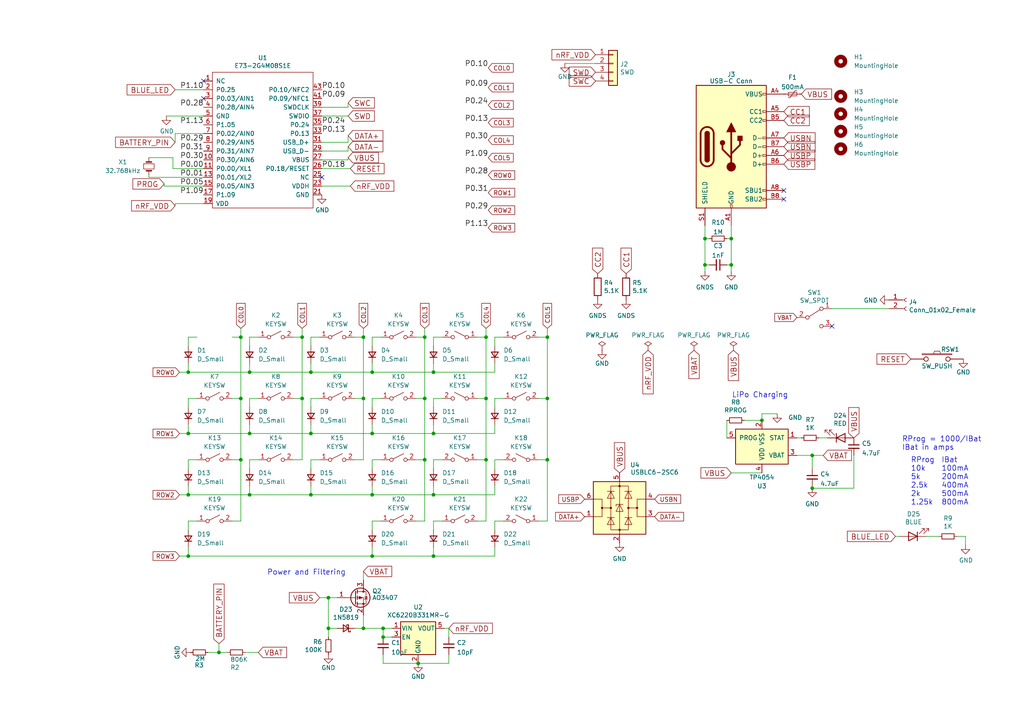
<source format=kicad_sch>
(kicad_sch (version 20211123) (generator eeschema)
  (paper "A4")
  (title_block (title "Skean") (date "2021-11-29") (rev "0.2"))
  (junction (at 235.585 141.605))
  (junction (at 95.25 173.355))
  (junction (at 107.95 107.95) (diameter 0.9144))
  (junction (at 235.585 132.08))
  (junction (at 69.85 97.79) (diameter 0.9144))
  (junction (at 111.125 184.785))
  (junction (at 105.41 182.245))
  (junction (at 54.61 107.95) (diameter 0.9144))
  (junction (at 121.285 192.405))
  (junction (at 72.39 125.73) (diameter 0.9144))
  (junction (at 125.73 143.51) (diameter 0.9144))
  (junction (at 54.61 125.73) (diameter 0.9144))
  (junction (at 204.47 69.215))
  (junction (at 212.09 69.215))
  (junction (at 105.41 115.57) (diameter 0.9144))
  (junction (at 69.85 133.35) (diameter 0.9144))
  (junction (at 123.19 97.79) (diameter 0.9144))
  (junction (at 69.85 115.57) (diameter 0.9144))
  (junction (at 72.39 143.51) (diameter 0.9144))
  (junction (at 125.73 107.95) (diameter 0.9144))
  (junction (at 87.63 115.57) (diameter 0.9144))
  (junction (at 107.95 143.51) (diameter 0.9144))
  (junction (at 212.09 76.835))
  (junction (at 158.75 97.79) (diameter 0.9144))
  (junction (at 140.97 115.57) (diameter 0.9144))
  (junction (at 54.61 143.51) (diameter 0.9144))
  (junction (at 125.73 125.73) (diameter 0.9144))
  (junction (at 158.75 115.57) (diameter 0.9144))
  (junction (at 87.63 97.79) (diameter 0.9144))
  (junction (at 123.19 115.57) (diameter 0.9144))
  (junction (at 90.17 143.51) (diameter 0.9144))
  (junction (at 105.41 97.79) (diameter 0.9144))
  (junction (at 204.47 76.835))
  (junction (at 95.25 182.245))
  (junction (at 90.17 107.95) (diameter 0.9144))
  (junction (at 123.19 133.35) (diameter 0.9144))
  (junction (at 140.97 97.79) (diameter 0.9144))
  (junction (at 111.125 182.245))
  (junction (at 107.95 125.73) (diameter 0.9144))
  (junction (at 140.97 133.35) (diameter 0.9144))
  (junction (at 220.98 121.92))
  (junction (at 72.39 107.95) (diameter 0.9144))
  (junction (at 107.95 161.29) (diameter 0.9144))
  (junction (at 54.61 161.29) (diameter 0.9144))
  (junction (at 63.5 189.23))
  (junction (at 90.17 125.73) (diameter 0.9144))
  (junction (at 158.75 133.35) (diameter 0.9144))
  (junction (at 125.73 161.29) (diameter 0.9144))
  (no_connect (at 227.33 55.245))
  (no_connect (at 59.055 28.575))
  (no_connect (at 227.33 57.785))
  (no_connect (at 241.3 94.615))
  (no_connect (at 59.055 23.495))
  (no_connect (at 93.345 51.435))
  (wire (pts (xy 143.51 133.35) (xy 143.51 135.89)))
  (wire (pts (xy 72.39 143.51) (xy 90.17 143.51)))
  (wire (pts (xy 158.75 115.57) (xy 158.75 133.35)))
  (wire (pts (xy 277.495 155.575) (xy 280.035 155.575)))
  (wire (pts (xy 210.82 69.215) (xy 212.09 69.215)))
  (wire (pts (xy 100.965 39.37) (xy 100.965 41.275)))
  (wire (pts (xy 125.73 133.35) (xy 125.73 135.89)))
  (wire (pts (xy 143.51 123.19) (xy 143.51 125.73)))
  (wire (pts (xy 74.93 97.79) (xy 72.39 97.79)))
  (wire (pts (xy 54.61 107.95) (xy 72.39 107.95)))
  (wire (pts (xy 102.87 115.57) (xy 105.41 115.57)))
  (wire (pts (xy 128.27 133.35) (xy 125.73 133.35)))
  (wire (pts (xy 63.5 186.69) (xy 63.5 189.23)))
  (wire (pts (xy 143.51 105.41) (xy 143.51 107.95)))
  (wire (pts (xy 72.39 105.41) (xy 72.39 107.95)))
  (wire (pts (xy 220.98 120.015) (xy 220.98 121.92)))
  (wire (pts (xy 225.425 120.015) (xy 220.98 120.015)))
  (wire (pts (xy 143.51 143.51) (xy 143.51 140.97)))
  (wire (pts (xy 87.63 97.79) (xy 87.63 115.57)))
  (wire (pts (xy 110.49 151.13) (xy 107.95 151.13)))
  (wire (pts (xy 158.75 133.35) (xy 158.75 151.13)))
  (wire (pts (xy 54.61 143.51) (xy 72.39 143.51)))
  (wire (pts (xy 210.82 76.835) (xy 212.09 76.835)))
  (wire (pts (xy 125.73 123.19) (xy 125.73 125.73)))
  (wire (pts (xy 232.41 127) (xy 231.14 127)))
  (wire (pts (xy 54.61 123.19) (xy 54.61 125.73)))
  (wire (pts (xy 54.61 125.73) (xy 72.39 125.73)))
  (wire (pts (xy 125.73 140.97) (xy 125.73 143.51)))
  (wire (pts (xy 125.73 105.41) (xy 125.73 107.95)))
  (wire (pts (xy 87.63 95.25) (xy 87.63 97.79)))
  (wire (pts (xy 95.25 184.785) (xy 95.25 182.245)))
  (wire (pts (xy 52.07 107.95) (xy 54.61 107.95)))
  (wire (pts (xy 172.72 18.415) (xy 163.83 18.415)))
  (wire (pts (xy 105.41 182.245) (xy 111.125 182.245)))
  (wire (pts (xy 123.19 95.25) (xy 123.19 97.79)))
  (wire (pts (xy 143.51 115.57) (xy 143.51 118.11)))
  (wire (pts (xy 102.87 133.35) (xy 105.41 133.35)))
  (wire (pts (xy 158.75 97.79) (xy 158.75 115.57)))
  (wire (pts (xy 140.97 97.79) (xy 140.97 115.57)))
  (wire (pts (xy 120.65 115.57) (xy 123.19 115.57)))
  (wire (pts (xy 90.17 105.41) (xy 90.17 107.95)))
  (wire (pts (xy 128.27 115.57) (xy 125.73 115.57)))
  (wire (pts (xy 105.41 178.435) (xy 105.41 182.245)))
  (wire (pts (xy 138.43 97.79) (xy 140.97 97.79)))
  (wire (pts (xy 107.95 105.41) (xy 107.95 107.95)))
  (wire (pts (xy 158.75 95.25) (xy 158.75 97.79)))
  (wire (pts (xy 100.965 46.355) (xy 93.345 46.355)))
  (wire (pts (xy 107.95 123.19) (xy 107.95 125.73)))
  (wire (pts (xy 235.585 140.97) (xy 235.585 141.605)))
  (wire (pts (xy 123.19 133.35) (xy 123.19 151.13)))
  (wire (pts (xy 110.49 133.35) (xy 107.95 133.35)))
  (wire (pts (xy 140.97 133.35) (xy 140.97 151.13)))
  (wire (pts (xy 72.39 115.57) (xy 72.39 118.11)))
  (wire (pts (xy 156.21 151.13) (xy 158.75 151.13)))
  (wire (pts (xy 85.09 133.35) (xy 87.63 133.35)))
  (wire (pts (xy 128.905 182.245) (xy 130.175 182.245)))
  (wire (pts (xy 120.65 133.35) (xy 123.19 133.35)))
  (wire (pts (xy 107.95 158.75) (xy 107.95 161.29)))
  (wire (pts (xy 72.39 123.19) (xy 72.39 125.73)))
  (wire (pts (xy 50.8 59.055) (xy 59.055 59.055)))
  (wire (pts (xy 54.61 115.57) (xy 54.61 118.11)))
  (wire (pts (xy 67.31 151.13) (xy 69.85 151.13)))
  (wire (pts (xy 50.8 59.055) (xy 50.8 59.69)))
  (wire (pts (xy 92.71 133.35) (xy 90.17 133.35)))
  (wire (pts (xy 111.125 189.865) (xy 111.125 192.405)))
  (wire (pts (xy 130.175 189.865) (xy 130.175 192.405)))
  (wire (pts (xy 107.95 161.29) (xy 125.73 161.29)))
  (wire (pts (xy 204.47 65.405) (xy 204.47 69.215)))
  (wire (pts (xy 63.5 189.23) (xy 60.325 189.23)))
  (wire (pts (xy 93.345 48.895) (xy 101.6 48.895)))
  (wire (pts (xy 43.18 51.435) (xy 59.055 51.435)))
  (wire (pts (xy 215.9 121.92) (xy 220.98 121.92)))
  (wire (pts (xy 54.61 151.13) (xy 54.61 153.67)))
  (wire (pts (xy 111.125 192.405) (xy 121.285 192.405)))
  (wire (pts (xy 54.61 105.41) (xy 54.61 107.95)))
  (wire (pts (xy 143.51 158.75) (xy 143.51 161.29)))
  (wire (pts (xy 102.87 97.79) (xy 105.41 97.79)))
  (wire (pts (xy 241.3 89.535) (xy 257.81 89.535)))
  (wire (pts (xy 212.09 65.405) (xy 212.09 69.215)))
  (wire (pts (xy 212.09 69.215) (xy 212.09 76.835)))
  (wire (pts (xy 212.09 76.835) (xy 212.09 78.74)))
  (wire (pts (xy 120.65 151.13) (xy 123.19 151.13)))
  (wire (pts (xy 54.61 140.97) (xy 54.61 143.51)))
  (wire (pts (xy 47.625 53.975) (xy 59.055 53.975)))
  (wire (pts (xy 120.65 97.79) (xy 123.19 97.79)))
  (wire (pts (xy 69.85 97.79) (xy 69.85 115.57)))
  (wire (pts (xy 111.125 182.245) (xy 113.665 182.245)))
  (wire (pts (xy 107.95 125.73) (xy 125.73 125.73)))
  (wire (pts (xy 57.15 151.13) (xy 54.61 151.13)))
  (wire (pts (xy 146.05 115.57) (xy 143.51 115.57)))
  (wire (pts (xy 107.95 107.95) (xy 125.73 107.95)))
  (wire (pts (xy 67.31 133.35) (xy 69.85 133.35)))
  (wire (pts (xy 52.07 125.73) (xy 54.61 125.73)))
  (wire (pts (xy 107.95 115.57) (xy 107.95 118.11)))
  (wire (pts (xy 50.165 48.895) (xy 59.055 48.895)))
  (wire (pts (xy 110.49 115.57) (xy 107.95 115.57)))
  (wire (pts (xy 138.43 133.35) (xy 140.97 133.35)))
  (wire (pts (xy 74.93 189.23) (xy 71.12 189.23)))
  (wire (pts (xy 67.31 97.79) (xy 69.85 97.79)))
  (wire (pts (xy 125.73 125.73) (xy 143.51 125.73)))
  (wire (pts (xy 138.43 151.13) (xy 140.97 151.13)))
  (wire (pts (xy 100.965 29.845) (xy 100.965 31.115)))
  (wire (pts (xy 130.175 192.405) (xy 121.285 192.405)))
  (wire (pts (xy 105.41 95.25) (xy 105.41 97.79)))
  (wire (pts (xy 204.47 69.215) (xy 204.47 76.835)))
  (wire (pts (xy 204.47 76.835) (xy 204.47 78.74)))
  (wire (pts (xy 204.47 76.835) (xy 205.74 76.835)))
  (wire (pts (xy 125.73 115.57) (xy 125.73 118.11)))
  (wire (pts (xy 93.345 53.975) (xy 101.6 53.975)))
  (wire (pts (xy 43.18 51.435) (xy 43.18 50.8)))
  (wire (pts (xy 85.09 115.57) (xy 87.63 115.57)))
  (wire (pts (xy 90.17 133.35) (xy 90.17 135.89)))
  (wire (pts (xy 156.21 97.79) (xy 158.75 97.79)))
  (wire (pts (xy 146.05 151.13) (xy 143.51 151.13)))
  (wire (pts (xy 125.73 158.75) (xy 125.73 161.29)))
  (wire (pts (xy 52.07 161.29) (xy 54.61 161.29)))
  (wire (pts (xy 54.61 161.29) (xy 107.95 161.29)))
  (wire (pts (xy 125.73 161.29) (xy 143.51 161.29)))
  (wire (pts (xy 247.65 132.08) (xy 247.65 141.605)))
  (wire (pts (xy 247.65 141.605) (xy 235.585 141.605)))
  (wire (pts (xy 90.17 140.97) (xy 90.17 143.51)))
  (wire (pts (xy 72.39 97.79) (xy 72.39 100.33)))
  (wire (pts (xy 110.49 97.79) (xy 107.95 97.79)))
  (wire (pts (xy 100.965 45.72) (xy 100.965 46.355)))
  (wire (pts (xy 57.15 133.35) (xy 54.61 133.35)))
  (wire (pts (xy 90.17 115.57) (xy 90.17 118.11)))
  (wire (pts (xy 125.73 143.51) (xy 143.51 143.51)))
  (wire (pts (xy 90.17 107.95) (xy 107.95 107.95)))
  (wire (pts (xy 240.03 127) (xy 237.49 127)))
  (wire (pts (xy 143.51 97.79) (xy 143.51 100.33)))
  (wire (pts (xy 72.39 107.95) (xy 90.17 107.95)))
  (wire (pts (xy 50.165 45.72) (xy 43.18 45.72)))
  (wire (pts (xy 50.165 48.895) (xy 50.165 45.72)))
  (wire (pts (xy 156.21 133.35) (xy 158.75 133.35)))
  (wire (pts (xy 72.39 133.35) (xy 72.39 135.89)))
  (wire (pts (xy 140.97 115.57) (xy 140.97 133.35)))
  (wire (pts (xy 280.035 158.115) (xy 280.035 155.575)))
  (wire (pts (xy 67.31 115.57) (xy 69.85 115.57)))
  (wire (pts (xy 95.25 173.355) (xy 97.79 173.355)))
  (wire (pts (xy 231.14 132.08) (xy 235.585 132.08)))
  (wire (pts (xy 235.585 132.08) (xy 238.76 132.08)))
  (wire (pts (xy 50.8 38.735) (xy 50.8 41.275)))
  (wire (pts (xy 235.585 132.08) (xy 235.585 135.89)))
  (wire (pts (xy 85.09 97.79) (xy 87.63 97.79)))
  (wire (pts (xy 128.27 151.13) (xy 125.73 151.13)))
  (wire (pts (xy 54.61 158.75) (xy 54.61 161.29)))
  (wire (pts (xy 107.95 140.97) (xy 107.95 143.51)))
  (wire (pts (xy 54.61 97.79) (xy 54.61 100.33)))
  (wire (pts (xy 156.21 115.57) (xy 158.75 115.57)))
  (wire (pts (xy 123.19 97.79) (xy 123.19 115.57)))
  (wire (pts (xy 95.25 182.245) (xy 97.79 182.245)))
  (wire (pts (xy 259.715 155.575) (xy 260.985 155.575)))
  (wire (pts (xy 92.71 115.57) (xy 90.17 115.57)))
  (wire (pts (xy 113.665 184.785) (xy 111.125 184.785)))
  (wire (pts (xy 52.07 143.51) (xy 54.61 143.51)))
  (wire (pts (xy 146.05 133.35) (xy 143.51 133.35)))
  (wire (pts (xy 140.97 95.25) (xy 140.97 97.79)))
  (wire (pts (xy 90.17 125.73) (xy 107.95 125.73)))
  (wire (pts (xy 125.73 151.13) (xy 125.73 153.67)))
  (wire (pts (xy 50.8 26.035) (xy 59.055 26.035)))
  (wire (pts (xy 123.19 115.57) (xy 123.19 133.35)))
  (wire (pts (xy 72.39 125.73) (xy 90.17 125.73)))
  (wire (pts (xy 100.965 42.545) (xy 100.965 43.815)))
  (wire (pts (xy 100.965 31.115) (xy 93.345 31.115)))
  (wire (pts (xy 57.15 115.57) (xy 54.61 115.57)))
  (wire (pts (xy 66.04 189.23) (xy 63.5 189.23)))
  (wire (pts (xy 72.39 140.97) (xy 72.39 143.51)))
  (wire (pts (xy 107.95 151.13) (xy 107.95 153.67)))
  (wire (pts (xy 100.965 41.275) (xy 93.345 41.275)))
  (wire (pts (xy 57.15 97.79) (xy 54.61 97.79)))
  (wire (pts (xy 204.47 69.215) (xy 205.74 69.215)))
  (wire (pts (xy 138.43 115.57) (xy 140.97 115.57)))
  (wire (pts (xy 100.965 43.815) (xy 93.345 43.815)))
  (wire (pts (xy 69.85 95.25) (xy 69.85 97.79)))
  (wire (pts (xy 50.8 38.735) (xy 59.055 38.735)))
  (wire (pts (xy 48.26 33.655) (xy 59.055 33.655)))
  (wire (pts (xy 100.965 33.655) (xy 93.345 33.655)))
  (wire (pts (xy 74.93 115.57) (xy 72.39 115.57)))
  (wire (pts (xy 125.73 97.79) (xy 125.73 100.33)))
  (wire (pts (xy 146.05 97.79) (xy 143.51 97.79)))
  (wire (pts (xy 92.71 173.355) (xy 95.25 173.355)))
  (wire (pts (xy 107.95 97.79) (xy 107.95 100.33)))
  (wire (pts (xy 210.82 121.92) (xy 210.82 127)))
  (wire (pts (xy 92.71 97.79) (xy 90.17 97.79)))
  (wire (pts (xy 90.17 97.79) (xy 90.17 100.33)))
  (wire (pts (xy 95.25 182.245) (xy 95.25 173.355)))
  (wire (pts (xy 107.95 133.35) (xy 107.95 135.89)))
  (wire (pts (xy 105.41 115.57) (xy 105.41 133.35)))
  (wire (pts (xy 87.63 115.57) (xy 87.63 133.35)))
  (wire (pts (xy 107.95 143.51) (xy 125.73 143.51)))
  (wire (pts (xy 69.85 115.57) (xy 69.85 133.35)))
  (wire (pts (xy 54.61 133.35) (xy 54.61 135.89)))
  (wire (pts (xy 69.85 133.35) (xy 69.85 151.13)))
  (wire (pts (xy 130.175 182.245) (xy 130.175 184.785)))
  (wire (pts (xy 105.41 165.735) (xy 105.41 168.275)))
  (wire (pts (xy 102.87 182.245) (xy 105.41 182.245)))
  (wire (pts (xy 212.09 137.16) (xy 220.98 137.16)))
  (wire (pts (xy 47.625 53.34) (xy 47.625 53.975)))
  (wire (pts (xy 143.51 151.13) (xy 143.51 153.67)))
  (wire (pts (xy 111.125 184.785) (xy 111.125 182.245)))
  (wire (pts (xy 128.27 97.79) (xy 125.73 97.79)))
  (wire (pts (xy 90.17 143.51) (xy 107.95 143.51)))
  (wire (pts (xy 105.41 97.79) (xy 105.41 115.57)))
  (wire (pts (xy 74.93 133.35) (xy 72.39 133.35)))
  (wire (pts (xy 268.605 155.575) (xy 272.415 155.575)))
  (wire (pts (xy 90.17 123.19) (xy 90.17 125.73)))
  (wire (pts (xy 125.73 107.95) (xy 143.51 107.95)))
  (text "LiPo Charging\n" (at 228.6 115.57 180) (effects (font (size 1.524 1.524)) (justify right bottom)))
  (text "RProg = 1000/IBat\nIBat in amps" (at 261.62 130.81 0) (effects (font (size 1.524 1.524)) (justify left bottom)))
  (text "IBat\n100mA\n200mA\n400mA\n500mA\n800mA" (at 273.05 146.685 0) (effects (font (size 1.524 1.524)) (justify left bottom)))
  (text "Power and Filtering" (at 77.47 167.005 0) (effects (font (size 1.524 1.524)) (justify left bottom)))
  (text "RProg\n10k\n5k\n2.5k\n2k\n1.25k" (at 264.16 146.685 0) (effects (font (size 1.524 1.524)) (justify left bottom)))
  (label "P0.09" (at 141.605 25.4 180) (effects (font (size 1.524 1.524))))
  (label "P0.29" (at 141.605 60.96 180) (effects (font (size 1.524 1.524))))
  (label "P0.31" (at 59.055 43.815 180) (effects (font (size 1.524 1.524))))
  (label "P0.29" (at 59.055 41.275 180) (effects (font (size 1.524 1.524))))
  (label "P0.30" (at 141.605 40.64 180) (effects (font (size 1.524 1.524))))
  (label "P0.28" (at 59.055 31.115 180) (effects (font (size 1.524 1.524))))
  (label "P0.18" (at 93.345 48.895 0) (effects (font (size 1.524 1.524))))
  (label "P1.13" (at 141.605 66.04 180) (effects (font (size 1.524 1.524))))
  (label "P0.01" (at 59.055 51.435 180) (effects (font (size 1.524 1.524))))
  (label "P1.10" (at 59.055 26.035 180) (effects (font (size 1.524 1.524))))
  (label "P0.28" (at 141.605 50.8 180) (effects (font (size 1.524 1.524))))
  (label "P0.10" (at 93.345 26.035 0) (effects (font (size 1.524 1.524))))
  (label "P0.00" (at 59.055 48.895 180) (effects (font (size 1.524 1.524))))
  (label "P0.09" (at 93.345 28.575 0) (effects (font (size 1.524 1.524))))
  (label "P0.31" (at 141.605 55.88 180) (effects (font (size 1.524 1.524))))
  (label "P1.13" (at 59.055 36.195 180) (effects (font (size 1.524 1.524))))
  (label "P0.13" (at 93.345 38.735 0) (effects (font (size 1.524 1.524))))
  (label "P0.24" (at 93.345 36.195 0) (effects (font (size 1.524 1.524))))
  (label "P0.13" (at 141.605 35.56 180) (effects (font (size 1.524 1.524))))
  (label "P0.30" (at 59.055 46.355 180) (effects (font (size 1.524 1.524))))
  (label "P0.05" (at 59.055 53.975 180) (effects (font (size 1.524 1.524))))
  (label "P0.24" (at 141.605 30.48 180) (effects (font (size 1.524 1.524))))
  (label "P1.09" (at 59.055 56.515 180) (effects (font (size 1.524 1.524))))
  (label "P0.10" (at 141.605 19.685 180) (effects (font (size 1.524 1.524))))
  (label "P1.09" (at 141.605 45.72 180) (effects (font (size 1.524 1.524))))
  (global_label "VBUS" (shape input) (at 179.705 137.16 90) (effects (font (size 1.524 1.524))) (property "Intersheet References" "${INTERSHEET_REFS}" (effects hide)))
  (global_label "BLUE_LED" (shape input) (at 50.8 26.035 180) (effects (font (size 1.524 1.524))) (property "Intersheet References" "${INTERSHEET_REFS}" (effects hide)))
  (global_label "VBUS" (shape input) (at 100.965 45.72 0) (effects (font (size 1.524 1.524))) (property "Intersheet References" "${INTERSHEET_REFS}" (effects hide)))
  (global_label "ROW2" (shape input) (at 52.07 143.51 180) (property "Intersheet References" "${INTERSHEET_REFS}" (effects hide)))
  (global_label "CC1" (shape input) (at 227.33 32.385 0) (effects (font (size 1.524 1.524))) (property "Intersheet References" "${INTERSHEET_REFS}" (effects hide)))
  (global_label "USBN" (shape input) (at 189.865 144.78 0) (property "Intersheet References" "${INTERSHEET_REFS}" (effects hide)))
  (global_label "COL1" (shape input) (at 87.63 95.25 90) (property "Intersheet References" "${INTERSHEET_REFS}" (effects hide)))
  (global_label "VBAT" (shape input) (at 238.76 132.08 0) (effects (font (size 1.524 1.524))) (property "Intersheet References" "${INTERSHEET_REFS}" (effects hide)))
  (global_label "ROW1" (shape input) (at 52.07 125.73 180) (property "Intersheet References" "${INTERSHEET_REFS}" (effects hide)))
  (global_label "VBAT" (shape input) (at 74.93 189.23 0) (effects (font (size 1.524 1.524))) (property "Intersheet References" "${INTERSHEET_REFS}" (effects hide)))
  (global_label "nRF_VDD" (shape input) (at 187.96 101.6 270) (effects (font (size 1.524 1.524))) (property "Intersheet References" "${INTERSHEET_REFS}" (effects hide)))
  (global_label "BATTERY_PIN" (shape input) (at 50.8 41.275 180) (effects (font (size 1.524 1.524))) (property "Intersheet References" "${INTERSHEET_REFS}" (effects hide)))
  (global_label "BLUE_LED" (shape input) (at 259.715 155.575 180) (effects (font (size 1.524 1.524))) (property "Intersheet References" "${INTERSHEET_REFS}" (effects hide)))
  (global_label "CC2" (shape input) (at 173.355 79.375 90) (effects (font (size 1.524 1.524))) (property "Intersheet References" "${INTERSHEET_REFS}" (effects hide)))
  (global_label "VBUS" (shape input) (at 247.65 127 90) (effects (font (size 1.524 1.524))) (property "Intersheet References" "${INTERSHEET_REFS}" (effects hide)))
  (global_label "COL2" (shape input) (at 141.605 30.48 0) (property "Intersheet References" "${INTERSHEET_REFS}" (effects hide)))
  (global_label "RESET" (shape input) (at 264.16 104.14 180) (effects (font (size 1.524 1.524))) (property "Intersheet References" "${INTERSHEET_REFS}" (effects hide)))
  (global_label "VBAT" (shape input) (at 231.14 92.075 180) (effects (font (size 1.1938 1.1938))) (property "Intersheet References" "${INTERSHEET_REFS}" (effects hide)))
  (global_label "nRF_VDD" (shape input) (at 172.72 15.875 180) (effects (font (size 1.524 1.524))) (property "Intersheet References" "${INTERSHEET_REFS}" (effects hide)))
  (global_label "SWD" (shape input) (at 172.72 20.955 180) (effects (font (size 1.524 1.524))) (property "Intersheet References" "${INTERSHEET_REFS}" (effects hide)))
  (global_label "ROW2" (shape input) (at 141.605 60.96 0) (property "Intersheet References" "${INTERSHEET_REFS}" (effects hide)))
  (global_label "ROW0" (shape input) (at 141.605 50.8 0) (property "Intersheet References" "${INTERSHEET_REFS}" (effects hide)))
  (global_label "ROW1" (shape input) (at 141.605 55.88 0) (property "Intersheet References" "${INTERSHEET_REFS}" (effects hide)))
  (global_label "PROG" (shape input) (at 47.625 53.34 180) (effects (font (size 1.524 1.524))) (property "Intersheet References" "${INTERSHEET_REFS}" (effects hide)))
  (global_label "SWC" (shape input) (at 172.72 23.495 180) (effects (font (size 1.524 1.524))) (property "Intersheet References" "${INTERSHEET_REFS}" (effects hide)))
  (global_label "COL5" (shape input) (at 158.75 95.25 90) (property "Intersheet References" "${INTERSHEET_REFS}" (effects hide)))
  (global_label "BATTERY_PIN" (shape input) (at 63.5 186.69 90) (effects (font (size 1.524 1.524))) (property "Intersheet References" "${INTERSHEET_REFS}" (effects hide)))
  (global_label "USBP" (shape input) (at 169.545 144.78 180) (property "Intersheet References" "${INTERSHEET_REFS}" (effects hide)))
  (global_label "CC1" (shape input) (at 181.61 79.375 90) (effects (font (size 1.524 1.524))) (property "Intersheet References" "${INTERSHEET_REFS}" (effects hide)))
  (global_label "CC2" (shape input) (at 227.33 34.925 0) (effects (font (size 1.524 1.524))) (property "Intersheet References" "${INTERSHEET_REFS}" (effects hide)))
  (global_label "VBUS" (shape input) (at 92.71 173.355 180) (effects (font (size 1.524 1.524))) (property "Intersheet References" "${INTERSHEET_REFS}" (effects hide)))
  (global_label "COL4" (shape input) (at 141.605 40.64 0) (property "Intersheet References" "${INTERSHEET_REFS}" (effects hide)))
  (global_label "VBUS" (shape input) (at 212.725 101.6 270) (effects (font (size 1.524 1.524))) (property "Intersheet References" "${INTERSHEET_REFS}" (effects hide)))
  (global_label "ROW3" (shape input) (at 52.07 161.29 180) (property "Intersheet References" "${INTERSHEET_REFS}" (effects hide)))
  (global_label "VBAT" (shape input) (at 105.41 165.735 0) (effects (font (size 1.524 1.524))) (property "Intersheet References" "${INTERSHEET_REFS}" (effects hide)))
  (global_label "DATA-" (shape input) (at 189.865 149.86 0) (property "Intersheet References" "${INTERSHEET_REFS}" (effects hide)))
  (global_label "USBP" (shape input) (at 227.33 45.085 0) (effects (font (size 1.524 1.524))) (property "Intersheet References" "${INTERSHEET_REFS}" (effects hide)))
  (global_label "DATA+" (shape input) (at 100.965 39.37 0) (effects (font (size 1.524 1.524))) (property "Intersheet References" "${INTERSHEET_REFS}" (effects hide)))
  (global_label "VBAT" (shape input) (at 201.295 101.6 270) (effects (font (size 1.524 1.524))) (property "Intersheet References" "${INTERSHEET_REFS}" (effects hide)))
  (global_label "COL2" (shape input) (at 105.41 95.25 90) (property "Intersheet References" "${INTERSHEET_REFS}" (effects hide)))
  (global_label "ROW0" (shape input) (at 52.07 107.95 180) (property "Intersheet References" "${INTERSHEET_REFS}" (effects hide)))
  (global_label "USBN" (shape input) (at 227.33 40.005 0) (effects (font (size 1.524 1.524))) (property "Intersheet References" "${INTERSHEET_REFS}" (effects hide)))
  (global_label "DATA+" (shape input) (at 169.545 149.86 180) (property "Intersheet References" "${INTERSHEET_REFS}" (effects hide)))
  (global_label "SWC" (shape input) (at 100.965 29.845 0) (effects (font (size 1.524 1.524))) (property "Intersheet References" "${INTERSHEET_REFS}" (effects hide)))
  (global_label "RESET" (shape input) (at 101.6 48.895 0) (effects (font (size 1.524 1.524))) (property "Intersheet References" "${INTERSHEET_REFS}" (effects hide)))
  (global_label "COL1" (shape input) (at 141.605 25.4 0) (property "Intersheet References" "${INTERSHEET_REFS}" (effects hide)))
  (global_label "COL3" (shape input) (at 123.19 95.25 90) (property "Intersheet References" "${INTERSHEET_REFS}" (effects hide)))
  (global_label "nRF_VDD" (shape input) (at 101.6 53.975 0) (effects (font (size 1.524 1.524))) (property "Intersheet References" "${INTERSHEET_REFS}" (effects hide)))
  (global_label "COL3" (shape input) (at 141.605 35.56 0) (property "Intersheet References" "${INTERSHEET_REFS}" (effects hide)))
  (global_label "VBUS" (shape input) (at 232.41 27.305 0) (effects (font (size 1.524 1.524))) (property "Intersheet References" "${INTERSHEET_REFS}" (effects hide)))
  (global_label "USBN" (shape input) (at 227.33 42.545 0) (effects (font (size 1.524 1.524))) (property "Intersheet References" "${INTERSHEET_REFS}" (effects hide)))
  (global_label "ROW3" (shape input) (at 141.605 66.04 0) (property "Intersheet References" "${INTERSHEET_REFS}" (effects hide)))
  (global_label "USBP" (shape input) (at 227.33 47.625 0) (effects (font (size 1.524 1.524))) (property "Intersheet References" "${INTERSHEET_REFS}" (effects hide)))
  (global_label "SWD" (shape input) (at 100.965 33.655 0) (effects (font (size 1.524 1.524))) (property "Intersheet References" "${INTERSHEET_REFS}" (effects hide)))
  (global_label "COL4" (shape input) (at 140.97 95.25 90) (property "Intersheet References" "${INTERSHEET_REFS}" (effects hide)))
  (global_label "nRF_VDD" (shape input) (at 130.175 182.245 0) (effects (font (size 1.524 1.524))) (property "Intersheet References" "${INTERSHEET_REFS}" (effects hide)))
  (global_label "COL5" (shape input) (at 141.605 45.72 0) (property "Intersheet References" "${INTERSHEET_REFS}" (effects hide)))
  (global_label "nRF_VDD" (shape input) (at 50.8 59.69 180) (effects (font (size 1.524 1.524))) (property "Intersheet References" "${INTERSHEET_REFS}" (effects hide)))
  (global_label "DATA-" (shape input) (at 100.965 42.545 0) (effects (font (size 1.524 1.524))) (property "Intersheet References" "${INTERSHEET_REFS}" (effects hide)))
  (global_label "VBUS" (shape input) (at 212.09 137.16 180) (effects (font (size 1.524 1.524))) (property "Intersheet References" "${INTERSHEET_REFS}" (effects hide)))
  (global_label "COL0" (shape input) (at 141.605 19.685 0) (property "Intersheet References" "${INTERSHEET_REFS}" (effects hide)))
  (global_label "COL0" (shape input) (at 69.85 95.25 90) (property "Intersheet References" "${INTERSHEET_REFS}" (effects hide)))
  (symbol (lib_id "Switch:SW_SPDT") (at 236.22 92.075 0) (unit 1)
    (property "Reference" "SW1" (at 236.22 84.836 0))
    (property "Value" "SW_SPDT" (at 236.22 87.1474 0))
    (property "Footprint" "kbd:SW_SPDT+H-MSK12C01_hor(7pin_SMD)_REV" (effects hide))
  )
  (symbol (lib_id "Device:R_Small") (at 68.58 189.23 270) (unit 1)
    (property "Reference" "R2" (at 66.802 193.5734 90) (effects (justify left)))
    (property "Value" "806K" (at 66.802 191.262 90) (effects (justify left)))
    (property "Footprint" "kbd:R_0603_1608Metric_REV" (effects hide))
  )
  (symbol (lib_id "Device:R") (at 181.61 83.185 0) (unit 1)
    (property "Reference" "R5" (at 183.388 82.0166 0) (effects (justify left)))
    (property "Value" "5.1K" (at 183.388 84.328 0) (effects (justify left)))
    (property "Footprint" "kbd:R_0603_1608Metric_REV" (effects hide))
  )
  (symbol (lib_id "Device:R") (at 173.355 83.185 0) (unit 1)
    (property "Reference" "R4" (at 175.133 82.0166 0) (effects (justify left)))
    (property "Value" "5.1K" (at 175.133 84.328 0) (effects (justify left)))
    (property "Footprint" "kbd:R_0603_1608Metric_REV" (effects hide))
  )
  (symbol (lib_id "Keyboard_Components:KEYSW") (at 62.23 151.13 0) (unit 1)
    (property "Reference" "K19" (at 62.23 144.78 0))
    (property "Value" "KEYSW" (at 62.23 147.32 0))
    (property "Footprint" "kbd:MX-Alps-1U-REV" (effects hide))
  )
  (symbol (lib_id "Keyboard_Components:KEYSW") (at 115.57 97.79 0) (unit 1)
    (property "Reference" "K4" (at 115.57 91.44 0))
    (property "Value" "KEYSW" (at 115.57 93.98 0))
    (property "Footprint" "kbd:MX-Alps-1U-REV" (effects hide))
  )
  (symbol (lib_id "power:PWR_FLAG") (at 174.625 101.6 0) (unit 1)
    (property "Reference" "#FLG01" (effects hide))
    (property "Value" "PWR_FLAG" (at 174.625 97.2058 0))
  )
  (symbol (lib_id "Device:D_Small") (at 72.39 120.65 90) (unit 1)
    (property "Reference" "D8" (at 74.93 119.38 90) (effects (justify right)))
    (property "Value" "D_Small" (at 74.93 121.92 90) (effects (justify right)))
    (property "Footprint" "kbd:D3_SMD" (effects hide))
  )
  (symbol (lib_id "Regulator_Linear:AP2112K-3.3") (at 121.285 184.785 0) (unit 1)
    (property "Reference" "U2" (at 121.285 176.0982 0))
    (property "Value" "XC6220B331MR-G" (at 121.285 178.4096 0))
    (property "Footprint" "kbd:SOT-23-5_HandSoldering_REV" (effects hide))
    (property "Datasheet" "https://www.diodes.com/assets/Datasheets/AP2112.pdf" (effects hide))
  )
  (symbol (lib_id "Device:R_Small") (at 213.36 121.92 90) (mirror x) (unit 1)
    (property "Reference" "R8" (at 213.36 116.6622 90))
    (property "Value" "RPROG" (at 213.36 118.9736 90))
    (property "Footprint" "kbd:R_0603_1608Metric_REV" (effects hide))
  )
  (symbol (lib_id "power:GNDS") (at 173.355 86.995 0) (unit 1)
    (property "Reference" "#PWR08" (effects hide))
    (property "Value" "GNDS" (at 173.355 91.5576 0))
  )
  (symbol (lib_id "Device:C_Small") (at 235.585 138.43 0) (unit 1)
    (property "Reference" "C4" (at 237.9092 137.5215 0) (effects (justify left)))
    (property "Value" "4.7uF" (at 237.9092 140.2966 0) (effects (justify left)))
    (property "Footprint" "kbd:C_0603_1608Metric_REV" (effects hide))
    (property "LCSC" "C19666" (effects hide))
  )
  (symbol (lib_id "Power_Protection:USBLC6-2SC6") (at 179.705 147.32 0) (unit 1)
    (property "Reference" "U4" (at 184.15 134.8444 0))
    (property "Value" "USBLC6-2SC6" (at 189.865 136.9845 0))
    (property "Footprint" "kbd:SOT-23-6_Handsoldering_REV" (effects hide))
    (property "Datasheet" "https://www.st.com/resource/en/datasheet/usblc6-2.pdf" (effects hide))
    (property "LCSC" "C558442" (effects hide))
  )
  (symbol (lib_id "Device:C_Small") (at 130.175 187.325 0) (unit 1)
    (property "Reference" "C2" (at 132.4992 186.4165 0) (effects (justify left)))
    (property "Value" "10pF" (at 132.4992 189.1916 0) (effects (justify left)))
    (property "Footprint" "kbd:C_0603_1608Metric_REV" (effects hide))
    (property "LCSC" "C1634" (effects hide))
  )
  (symbol (lib_id "Connector_Generic:Conn_01x04") (at 177.8 18.415 0) (unit 1)
    (property "Reference" "J2" (at 179.832 18.6182 0) (effects (justify left)))
    (property "Value" "SWD" (at 179.832 20.9296 0) (effects (justify left)))
    (property "Footprint" "kbd:connector_swd_REV" (effects hide))
  )
  (symbol (lib_id "Keyboard_Components:KEYSW") (at 80.01 115.57 0) (unit 1)
    (property "Reference" "K8" (at 80.01 109.22 0))
    (property "Value" "KEYSW" (at 80.01 111.76 0))
    (property "Footprint" "kbd:MX-Alps-1U-REV" (effects hide))
  )
  (symbol (lib_id "Mechanical:MountingHole") (at 243.84 38.1 0) (unit 1)
    (property "Reference" "H5" (at 247.65 36.83 0) (effects (justify left)))
    (property "Value" "MountingHole" (at 247.65 39.37 0) (effects (justify left)))
    (property "Footprint" "kbd:M2-MountingHole-Standoff" (effects hide))
  )
  (symbol (lib_id "Device:D_Small") (at 125.73 120.65 90) (unit 1)
    (property "Reference" "D11" (at 128.27 119.38 90) (effects (justify right)))
    (property "Value" "D_Small" (at 128.27 121.92 90) (effects (justify right)))
    (property "Footprint" "kbd:D3_SMD" (effects hide))
  )
  (symbol (lib_id "power:GND") (at 280.035 158.115 0) (unit 1)
    (property "Reference" "#PWR018" (effects hide))
    (property "Value" "GND" (at 280.162 162.5092 0))
  )
  (symbol (lib_id "Keyboard_Components:KEYSW") (at 151.13 115.57 0) (unit 1)
    (property "Reference" "K12" (at 151.13 109.22 0))
    (property "Value" "KEYSW" (at 151.13 111.76 0))
    (property "Footprint" "kbd:MX-Alps-1U-REV" (effects hide))
  )
  (symbol (lib_id "power:GND") (at 257.81 86.995 270) (unit 1)
    (property "Reference" "#PWR01" (effects hide))
    (property "Value" "GND" (at 254.5588 87.122 90) (effects (justify right)))
  )
  (symbol (lib_id "Mechanical:MountingHole") (at 243.84 27.94 0) (unit 1)
    (property "Reference" "H3" (at 247.65 26.67 0) (effects (justify left)))
    (property "Value" "MountingHole" (at 247.65 29.21 0) (effects (justify left)))
    (property "Footprint" "kbd:M2-MountingHole-Standoff" (effects hide))
  )
  (symbol (lib_id "power:GND") (at 163.83 18.415 0) (mirror y) (unit 1)
    (property "Reference" "#PWR06" (effects hide))
    (property "Value" "GND" (at 163.83 22.225 0))
  )
  (symbol (lib_id "power:PWR_FLAG") (at 201.295 101.6 0) (unit 1)
    (property "Reference" "#FLG03" (effects hide))
    (property "Value" "PWR_FLAG" (at 201.295 97.2058 0))
  )
  (symbol (lib_id "Device:Q_PMOS_GSD") (at 102.87 173.355 0) (unit 1)
    (property "Reference" "Q2" (at 107.95 171.45 0) (effects (justify left)))
    (property "Value" "AO3407" (at 107.95 173.355 0) (effects (justify left)))
    (property "Footprint" "kbd:SOT-23_Handsoldering_REV" (effects hide))
  )
  (symbol (lib_id "Mechanical:MountingHole") (at 243.84 17.78 0) (unit 1)
    (property "Reference" "H1" (at 247.65 16.51 0) (effects (justify left)))
    (property "Value" "MountingHole" (at 247.65 19.05 0) (effects (justify left)))
    (property "Footprint" "kbd:M2-MountingHole-Standoff" (effects hide))
  )
  (symbol (lib_id "Connector:USB_C_Receptacle_USB2.0") (at 212.09 42.545 0) (unit 1)
    (property "Reference" "J3" (at 212.09 21.59 0))
    (property "Value" "USB-C Conn" (at 212.09 23.495 0))
    (property "Footprint" "kbd:USB-C_C168688_REV" (effects hide))
    (property "Datasheet" "https://www.usb.org/sites/default/files/documents/usb_type-c.zip" (effects hide))
  )
  (symbol (lib_id "Device:D_Small") (at 72.39 102.87 90) (unit 1)
    (property "Reference" "D2" (at 74.93 101.6 90) (effects (justify right)))
    (property "Value" "D_Small" (at 74.93 104.14 90) (effects (justify right)))
    (property "Footprint" "kbd:D3_SMD" (effects hide))
  )
  (symbol (lib_id "power:GND") (at 225.425 120.015 0) (unit 1)
    (property "Reference" "#PWR016" (effects hide))
    (property "Value" "GND" (at 228.6 121.0944 0) (effects (justify left)))
  )
  (symbol (lib_id "Device:C_Small") (at 111.125 187.325 0) (unit 1)
    (property "Reference" "C1" (at 113.4492 186.4165 0) (effects (justify left)))
    (property "Value" "10pF" (at 113.4492 189.1916 0) (effects (justify left)))
    (property "Footprint" "kbd:C_0603_1608Metric_REV" (effects hide))
    (property "LCSC" "C1634" (effects hide))
  )
  (symbol (lib_id "Device:D_Small") (at 90.17 138.43 90) (unit 1)
    (property "Reference" "D15" (at 92.71 137.16 90) (effects (justify right)))
    (property "Value" "D_Small" (at 92.71 139.7 90) (effects (justify right)))
    (property "Footprint" "kbd:D3_SMD" (effects hide))
  )
  (symbol (lib_id "power:GND") (at 235.585 141.605 0) (unit 1)
    (property "Reference" "#PWR017" (effects hide))
    (property "Value" "GND" (at 235.585 146.1676 0))
  )
  (symbol (lib_id "Device:D_Small") (at 143.51 120.65 90) (unit 1)
    (property "Reference" "D12" (at 146.05 119.38 90) (effects (justify right)))
    (property "Value" "D_Small" (at 146.05 121.92 90) (effects (justify right)))
    (property "Footprint" "kbd:D3_SMD" (effects hide))
  )
  (symbol (lib_id "power:GND") (at 95.25 189.865 0) (unit 1)
    (property "Reference" "#PWR013" (effects hide))
    (property "Value" "GND" (at 95.25 193.675 0))
  )
  (symbol (lib_id "Keyboard_Components:KEYSW") (at 115.57 151.13 0) (unit 1)
    (property "Reference" "K20" (at 115.57 144.78 0))
    (property "Value" "KEYSW" (at 115.57 147.32 0))
    (property "Footprint" "kbd:MX-Alps-1U-REV" (effects hide))
  )
  (symbol (lib_id "Mechanical:MountingHole") (at 243.84 43.18 0) (unit 1)
    (property "Reference" "H6" (at 247.65 41.91 0) (effects (justify left)))
    (property "Value" "MountingHole" (at 247.65 44.45 0) (effects (justify left)))
    (property "Footprint" "kbd:M2-MountingHole-Standoff" (effects hide))
  )
  (symbol (lib_id "power:GND") (at 179.705 157.48 0) (unit 1)
    (property "Reference" "#PWR09" (effects hide))
    (property "Value" "GND" (at 179.705 162.0426 0))
  )
  (symbol (lib_id "Device:D_Small") (at 125.73 138.43 90) (unit 1)
    (property "Reference" "D17" (at 128.27 137.16 90) (effects (justify right)))
    (property "Value" "D_Small" (at 128.27 139.7 90) (effects (justify right)))
    (property "Footprint" "kbd:D3_SMD" (effects hide))
  )
  (symbol (lib_id "Device:D_Small") (at 125.73 156.21 90) (unit 1)
    (property "Reference" "D21" (at 128.27 154.94 90) (effects (justify right)))
    (property "Value" "D_Small" (at 128.27 157.48 90) (effects (justify right)))
    (property "Footprint" "kbd:D3_SMD" (effects hide))
  )
  (symbol (lib_id "Device:LED") (at 243.84 127 0) (mirror x) (unit 1)
    (property "Reference" "D24" (at 243.6622 120.523 0))
    (property "Value" "RED" (at 243.6622 122.8344 0))
    (property "Footprint" "kbd:LED_0603_1608Metric_REV" (effects hide))
  )
  (symbol (lib_id "power:GND") (at 121.285 192.405 0) (unit 1)
    (property "Reference" "#PWR014" (effects hide))
    (property "Value" "GND" (at 121.285 196.215 0))
  )
  (symbol (lib_id "Device:D_Small") (at 54.61 156.21 90) (unit 1)
    (property "Reference" "D19" (at 57.15 154.94 90) (effects (justify right)))
    (property "Value" "D_Small" (at 57.15 157.48 90) (effects (justify right)))
    (property "Footprint" "kbd:D3_SMD" (effects hide))
  )
  (symbol (lib_id "Keyboard_Components:KEYSW") (at 133.35 151.13 0) (unit 1)
    (property "Reference" "K21" (at 133.35 144.78 0))
    (property "Value" "KEYSW" (at 133.35 147.32 0))
    (property "Footprint" "kbd:MX-Alps-1U-REV" (effects hide))
  )
  (symbol (lib_id "Device:D_Small") (at 125.73 102.87 90) (unit 1)
    (property "Reference" "D5" (at 128.27 101.6 90) (effects (justify right)))
    (property "Value" "D_Small" (at 128.27 104.14 90) (effects (justify right)))
    (property "Footprint" "kbd:D3_SMD" (effects hide))
  )
  (symbol (lib_id "power:GND") (at 48.26 33.655 0) (unit 1)
    (property "Reference" "#PWR03" (effects hide))
    (property "Value" "GND" (at 48.387 38.0492 0))
  )
  (symbol (lib_id "power:GND") (at 174.625 101.6 0) (unit 1)
    (property "Reference" "#PWR011" (effects hide))
    (property "Value" "GND" (at 174.625 105.41 0))
  )
  (symbol (lib_id "power:GND") (at 212.09 78.74 0) (unit 1)
    (property "Reference" "#PWR015" (effects hide))
    (property "Value" "GND" (at 212.09 83.3026 0))
  )
  (symbol (lib_id "Device:Crystal_Small") (at 43.18 48.26 270) (mirror x) (unit 1)
    (property "Reference" "X1" (at 34.29 46.99 90) (effects (justify left)))
    (property "Value" "32.768kHz" (at 30.48 49.53 90) (effects (justify left)))
    (property "Footprint" "kbd:Crystal_SMD_MicroCrystal_CM9V-T1A-2Pin_1.6x1.0mm_HandSoldering_REV" (effects hide))
  )
  (symbol (lib_id "Battery_Management:MCP73831-3-OT") (at 220.98 129.54 0) (mirror x) (unit 1)
    (property "Reference" "U3" (at 220.98 140.97 0))
    (property "Value" "TP4054" (at 220.98 138.43 0))
    (property "Footprint" "kbd:SOT-23-5_HandSoldering_REV" (effects hide))
    (property "Datasheet" "http://ww1.microchip.com/downloads/en/DeviceDoc/20001984g.pdf" (effects hide))
  )
  (symbol (lib_id "Keyboard_Components:KEYSW") (at 62.23 115.57 0) (unit 1)
    (property "Reference" "K7" (at 62.23 109.22 0))
    (property "Value" "KEYSW" (at 62.23 111.76 0))
    (property "Footprint" "kbd:MX-Alps-1U-REV" (effects hide))
  )
  (symbol (lib_id "power:GND") (at 55.245 189.23 270) (unit 1)
    (property "Reference" "#PWR07" (effects hide))
    (property "Value" "GND" (at 51.435 189.23 0))
  )
  (symbol (lib_id "Keyboard_Components:KEYSW") (at 133.35 133.35 0) (mirror y) (unit 1)
    (property "Reference" "K17" (at 133.35 127 0))
    (property "Value" "KEYSW" (at 133.35 129.54 0))
    (property "Footprint" "kbd:MX-Alps-1U-REV" (effects hide))
  )
  (symbol (lib_id "Device:D_Small") (at 90.17 120.65 90) (unit 1)
    (property "Reference" "D9" (at 92.71 119.38 90) (effects (justify right)))
    (property "Value" "D_Small" (at 92.71 121.92 90) (effects (justify right)))
    (property "Footprint" "kbd:D3_SMD" (effects hide))
  )
  (symbol (lib_id "power:PWR_FLAG") (at 187.96 101.6 0) (unit 1)
    (property "Reference" "#FLG02" (effects hide))
    (property "Value" "PWR_FLAG" (at 187.96 97.2058 0))
  )
  (symbol (lib_id "power:GND") (at 93.345 56.515 0) (unit 1)
    (property "Reference" "#PWR04" (effects hide))
    (property "Value" "GND" (at 93.472 60.9092 0))
  )
  (symbol (lib_id "Keyboard_Components:KEYSW") (at 133.35 115.57 0) (mirror y) (unit 1)
    (property "Reference" "K11" (at 133.35 109.22 0))
    (property "Value" "KEYSW" (at 133.35 111.76 0))
    (property "Footprint" "kbd:MX-Alps-1U-REV" (effects hide))
  )
  (symbol (lib_id "Device:D_Schottky_Small") (at 100.33 182.245 180) (unit 1)
    (property "Reference" "D23" (at 100.33 176.7586 0))
    (property "Value" "1N5819" (at 100.33 179.07 0))
    (property "Footprint" "kbd:D_SOD-323_HandSoldering_REV" (effects hide))
  )
  (symbol (lib_id "Keyboard_Components:KEYSW") (at 97.79 133.35 0) (unit 1)
    (property "Reference" "K15" (at 97.79 127 0))
    (property "Value" "KEYSW" (at 97.79 129.54 0))
    (property "Footprint" "kbd:MX-Alps-1U-REV" (effects hide))
  )
  (symbol (lib_id "corne-cherry-rescue:SW_PUSH-kbd-corne-cherry-rescue") (at 271.78 104.14 0) (unit 1)
    (property "Reference" "RSW1" (at 275.59 101.346 0))
    (property "Value" "SW_PUSH" (at 271.78 106.172 0))
    (property "Footprint" "kbd:SW_SPST_EVQP7C_REV" (effects hide))
  )
  (symbol (lib_id "Device:D_Small") (at 90.17 102.87 90) (unit 1)
    (property "Reference" "D3" (at 92.71 101.6 90) (effects (justify right)))
    (property "Value" "D_Small" (at 92.71 104.14 90) (effects (justify right)))
    (property "Footprint" "kbd:D3_SMD" (effects hide))
  )
  (symbol (lib_id "Device:C_Small") (at 247.65 129.54 0) (unit 1)
    (property "Reference" "C5" (at 249.9742 128.6315 0) (effects (justify left)))
    (property "Value" "4.7uF" (at 249.9742 131.4066 0) (effects (justify left)))
    (property "Footprint" "kbd:C_0603_1608Metric_REV" (effects hide))
    (property "LCSC" "C19666" (effects hide))
  )
  (symbol (lib_id "Device:Polyfuse_Small") (at 229.87 27.305 90) (unit 1)
    (property "Reference" "F1" (at 229.87 22.4494 90))
    (property "Value" "500mA" (at 229.87 25.2245 90))
    (property "Footprint" "kbd:Fuse_1206_3216Metric_REV" (effects hide))
    (property "LCSC" "C883122" (effects hide))
  )
  (symbol (lib_id "Keyboard_Components:KEYSW") (at 97.79 97.79 0) (unit 1)
    (property "Reference" "K3" (at 97.79 91.44 0))
    (property "Value" "KEYSW" (at 97.79 93.98 0))
    (property "Footprint" "kbd:MX-Alps-1U-REV" (effects hide))
  )
  (symbol (lib_id "Keyboard_Components:KEYSW") (at 62.23 133.35 0) (unit 1)
    (property "Reference" "K13" (at 62.23 127 0))
    (property "Value" "KEYSW" (at 62.23 129.54 0))
    (property "Footprint" "kbd:MX-Alps-1U-REV" (effects hide))
  )
  (symbol (lib_id "Device:R_Small") (at 208.28 69.215 90) (unit 1)
    (property "Reference" "R10" (at 208.28 64.5118 90))
    (property "Value" "1M" (at 208.28 67.2869 90))
    (property "Footprint" "kbd:R_0603_1608Metric_REV" (effects hide))
    (property "LCSC" "C22935" (effects hide))
  )
  (symbol (lib_id "kbd_wl:E73-2G4M08S1E-52833-TOP") (at 76.835 51.435 0) (unit 1)
    (property "Reference" "U1" (at 76.2 16.764 0))
    (property "Value" "E73-2G4M08S1E" (at 76.2 19.0754 0))
    (property "Footprint" "kbd:E73-2G4M08S1E-52833_REV" (effects hide))
  )
  (symbol (lib_id "power:GNDS") (at 204.47 78.74 0) (unit 1)
    (property "Reference" "#PWR012" (effects hide))
    (property "Value" "GNDS" (at 204.47 83.3026 0))
  )
  (symbol (lib_id "power:GND") (at 279.4 104.14 0) (unit 1)
    (property "Reference" "#PWR02" (effects hide))
    (property "Value" "GND" (at 279.4 107.95 0))
  )
  (symbol (lib_id "Device:R_Small") (at 274.955 155.575 90) (unit 1)
    (property "Reference" "R9" (at 274.955 150.3172 90))
    (property "Value" "1K" (at 274.955 152.6286 90))
    (property "Footprint" "kbd:R_0603_1608Metric_REV" (effects hide))
  )
  (symbol (lib_id "Device:R_Small") (at 57.785 189.23 270) (unit 1)
    (property "Reference" "R3" (at 56.4134 192.913 90) (effects (justify left)))
    (property "Value" "2M" (at 56.642 191.008 90) (effects (justify left)))
    (property "Footprint" "kbd:R_0603_1608Metric_REV" (effects hide))
  )
  (symbol (lib_id "Device:R_Small") (at 95.25 187.325 0) (mirror y) (unit 1)
    (property "Reference" "R6" (at 93.472 186.1566 0) (effects (justify left)))
    (property "Value" "100K" (at 93.472 188.468 0) (effects (justify left)))
    (property "Footprint" "kbd:R_0603_1608Metric_REV" (effects hide))
  )
  (symbol (lib_id "Connector:Conn_01x02_Female") (at 262.89 86.995 0) (unit 1)
    (property "Reference" "J4" (at 263.6012 87.6046 0) (effects (justify left)))
    (property "Value" "Conn_01x02_Female" (at 263.6012 89.916 0) (effects (justify left)))
    (property "Footprint" "kbd:Battery_TH" (effects hide))
  )
  (symbol (lib_id "Mechanical:MountingHole") (at 243.84 33.02 0) (unit 1)
    (property "Reference" "H4" (at 247.65 31.75 0) (effects (justify left)))
    (property "Value" "MountingHole" (at 247.65 34.29 0) (effects (justify left)))
    (property "Footprint" "kbd:M2-MountingHole-Standoff" (effects hide))
  )
  (symbol (lib_id "Keyboard_Components:KEYSW") (at 151.13 151.13 0) (mirror y) (unit 1)
    (property "Reference" "K22" (at 151.13 144.78 0))
    (property "Value" "KEYSW" (at 151.13 147.32 0))
    (property "Footprint" "kbd:MX-Alps-1.5U-REV" (effects hide))
  )
  (symbol (lib_id "Device:D_Small") (at 54.61 120.65 90) (unit 1)
    (property "Reference" "D7" (at 57.15 119.38 90) (effects (justify right)))
    (property "Value" "D_Small" (at 57.15 121.92 90) (effects (justify right)))
    (property "Footprint" "kbd:D3_SMD" (effects hide))
  )
  (symbol (lib_id "Device:D_Small") (at 54.61 102.87 90) (unit 1)
    (property "Reference" "D1" (at 57.15 101.6 90) (effects (justify right)))
    (property "Value" "D_Small" (at 57.15 104.14 90) (effects (justify right)))
    (property "Footprint" "kbd:D3_SMD" (effects hide))
  )
  (symbol (lib_id "Device:R_Small") (at 234.95 127 270) (mirror x) (unit 1)
    (property "Reference" "R7" (at 234.95 121.7422 90))
    (property "Value" "1K" (at 234.95 124.0536 90))
    (property "Footprint" "kbd:R_0603_1608Metric_REV" (effects hide))
  )
  (symbol (lib_id "Keyboard_Components:KEYSW") (at 80.01 97.79 0) (unit 1)
    (property "Reference" "K2" (at 80.01 91.44 0))
    (property "Value" "KEYSW" (at 80.01 93.98 0))
    (property "Footprint" "kbd:MX-Alps-1U-REV" (effects hide))
  )
  (symbol (lib_id "Keyboard_Components:KEYSW") (at 133.35 97.79 0) (mirror y) (unit 1)
    (property "Reference" "K5" (at 133.35 91.44 0))
    (property "Value" "KEYSW" (at 133.35 93.98 0))
    (property "Footprint" "kbd:MX-Alps-1U-REV" (effects hide))
  )
  (symbol (lib_id "Keyboard_Components:KEYSW") (at 115.57 133.35 0) (unit 1)
    (property "Reference" "K16" (at 115.57 127 0))
    (property "Value" "KEYSW" (at 115.57 129.54 0))
    (property "Footprint" "kbd:MX-Alps-1U-REV" (effects hide))
  )
  (symbol (lib_id "Device:D_Small") (at 143.51 138.43 90) (unit 1)
    (property "Reference" "D18" (at 146.05 137.16 90) (effects (justify right)))
    (property "Value" "D_Small" (at 146.05 139.7 90) (effects (justify right)))
    (property "Footprint" "kbd:D3_SMD" (effects hide))
  )
  (symbol (lib_id "Keyboard_Components:KEYSW") (at 151.13 97.79 0) (unit 1)
    (property "Reference" "K6" (at 151.13 91.44 0))
    (property "Value" "KEYSW" (at 151.13 93.98 0))
    (property "Footprint" "kbd:MX-Alps-1U-REV" (effects hide))
  )
  (symbol (lib_id "Device:D_Small") (at 143.51 156.21 90) (unit 1)
    (property "Reference" "D22" (at 146.05 154.94 90) (effects (justify right)))
    (property "Value" "D_Small" (at 146.05 157.48 90) (effects (justify right)))
    (property "Footprint" "kbd:D3_SMD" (effects hide))
  )
  (symbol (lib_id "Device:D_Small") (at 143.51 102.87 90) (unit 1)
    (property "Reference" "D6" (at 146.05 101.6 90) (effects (justify right)))
    (property "Value" "D_Small" (at 146.05 104.14 90) (effects (justify right)))
    (property "Footprint" "kbd:D3_SMD" (effects hide))
  )
  (symbol (lib_id "Device:D_Small") (at 107.95 102.87 90) (unit 1)
    (property "Reference" "D4" (at 110.49 101.6 90) (effects (justify right)))
    (property "Value" "D_Small" (at 110.49 104.14 90) (effects (justify right)))
    (property "Footprint" "kbd:D3_SMD" (effects hide))
  )
  (symbol (lib_id "Device:C_Small") (at 208.28 76.835 270) (unit 1)
    (property "Reference" "C3" (at 208.28 71.3063 90))
    (property "Value" "1nF" (at 208.28 74.0814 90))
    (property "Footprint" "kbd:C_0603_1608Metric_REV" (effects hide))
    (property "LCSC" "C1588" (effects hide))
  )
  (symbol (lib_id "Device:D_Small") (at 54.61 138.43 90) (unit 1)
    (property "Reference" "D13" (at 57.15 137.16 90) (effects (justify right)))
    (property "Value" "D_Small" (at 57.15 139.7 90) (effects (justify right)))
    (property "Footprint" "kbd:D3_SMD" (effects hide))
  )
  (symbol (lib_id "Device:LED") (at 264.795 155.575 180) (unit 1)
    (property "Reference" "D25" (at 264.9728 149.098 0))
    (property "Value" "BLUE" (at 264.9728 151.4094 0))
    (property "Footprint" "kbd:LED_0603_1608Metric_REV" (effects hide))
  )
  (symbol (lib_id "Keyboard_Components:KEYSW") (at 151.13 133.35 0) (mirror y) (unit 1)
    (property "Reference" "K18" (at 151.13 127 0))
    (property "Value" "KEYSW" (at 151.13 129.54 0))
    (property "Footprint" "kbd:MX-Alps-1U-REV" (effects hide))
  )
  (symbol (lib_id "Device:D_Small") (at 72.39 138.43 90) (unit 1)
    (property "Reference" "D14" (at 74.93 137.16 90) (effects (justify right)))
    (property "Value" "D_Small" (at 74.93 139.7 90) (effects (justify right)))
    (property "Footprint" "kbd:D3_SMD" (effects hide))
  )
  (symbol (lib_id "Device:D_Small") (at 107.95 120.65 90) (unit 1)
    (property "Reference" "D10" (at 110.49 119.38 90) (effects (justify right)))
    (property "Value" "D_Small" (at 110.49 121.92 90) (effects (justify right)))
    (property "Footprint" "kbd:D3_SMD" (effects hide))
  )
  (symbol (lib_id "Device:D_Small") (at 107.95 138.43 90) (unit 1)
    (property "Reference" "D16" (at 110.49 137.16 90) (effects (justify right)))
    (property "Value" "D_Small" (at 110.49 139.7 90) (effects (justify right)))
    (property "Footprint" "kbd:D3_SMD" (effects hide))
  )
  (symbol (lib_id "power:PWR_FLAG") (at 212.725 101.6 0) (unit 1)
    (property "Reference" "#FLG04" (effects hide))
    (property "Value" "PWR_FLAG" (at 212.725 97.2058 0))
  )
  (symbol (lib_id "Keyboard_Components:KEYSW") (at 115.57 115.57 0) (unit 1)
    (property "Reference" "K10" (at 115.57 109.22 0))
    (property "Value" "KEYSW" (at 115.57 111.76 0))
    (property "Footprint" "kbd:MX-Alps-1U-REV" (effects hide))
  )
  (symbol (lib_id "Device:D_Small") (at 107.95 156.21 90) (unit 1)
    (property "Reference" "D20" (at 110.49 154.94 90) (effects (justify right)))
    (property "Value" "D_Small" (at 110.49 157.48 90) (effects (justify right)))
    (property "Footprint" "kbd:D3_SMD" (effects hide))
  )
  (symbol (lib_id "Keyboard_Components:KEYSW") (at 80.01 133.35 0) (unit 1)
    (property "Reference" "K14" (at 80.01 127 0))
    (property "Value" "KEYSW" (at 80.01 129.54 0))
    (property "Footprint" "kbd:MX-Alps-1U-REV" (effects hide))
  )
  (symbol (lib_id "Keyboard_Components:KEYSW") (at 97.79 115.57 0) (unit 1)
    (property "Reference" "K9" (at 97.79 109.22 0))
    (property "Value" "KEYSW" (at 97.79 111.76 0))
    (property "Footprint" "kbd:MX-Alps-1U-REV" (effects hide))
  )
  (symbol (lib_id "power:GNDS") (at 181.61 86.995 0) (unit 1)
    (property "Reference" "#PWR010" (effects hide))
    (property "Value" "GNDS" (at 181.61 91.5576 0))
  )
)
</source>
